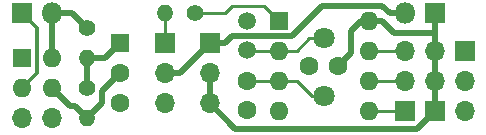
<source format=gbr>
G04 #@! TF.GenerationSoftware,KiCad,Pcbnew,(5.0.2)-1*
G04 #@! TF.CreationDate,2019-01-06T14:15:55+01:00*
G04 #@! TF.ProjectId,Xany2Msx,58616e79-324d-4737-982e-6b696361645f,rev?*
G04 #@! TF.SameCoordinates,Original*
G04 #@! TF.FileFunction,Copper,L1,Top*
G04 #@! TF.FilePolarity,Positive*
%FSLAX46Y46*%
G04 Gerber Fmt 4.6, Leading zero omitted, Abs format (unit mm)*
G04 Created by KiCad (PCBNEW (5.0.2)-1) date 06/01/2019 14:15:55*
%MOMM*%
%LPD*%
G01*
G04 APERTURE LIST*
G04 #@! TA.AperFunction,ComponentPad*
%ADD10R,1.800000X1.800000*%
G04 #@! TD*
G04 #@! TA.AperFunction,ComponentPad*
%ADD11O,1.800000X1.800000*%
G04 #@! TD*
G04 #@! TA.AperFunction,ComponentPad*
%ADD12R,1.600000X1.600000*%
G04 #@! TD*
G04 #@! TA.AperFunction,ComponentPad*
%ADD13O,1.600000X1.600000*%
G04 #@! TD*
G04 #@! TA.AperFunction,ComponentPad*
%ADD14R,1.700000X1.700000*%
G04 #@! TD*
G04 #@! TA.AperFunction,ComponentPad*
%ADD15O,1.700000X1.700000*%
G04 #@! TD*
G04 #@! TA.AperFunction,ComponentPad*
%ADD16C,1.500000*%
G04 #@! TD*
G04 #@! TA.AperFunction,ComponentPad*
%ADD17C,1.600000*%
G04 #@! TD*
G04 #@! TA.AperFunction,ComponentPad*
%ADD18C,1.400000*%
G04 #@! TD*
G04 #@! TA.AperFunction,ComponentPad*
%ADD19O,1.400000X1.400000*%
G04 #@! TD*
G04 #@! TA.AperFunction,ComponentPad*
%ADD20C,1.800000*%
G04 #@! TD*
G04 #@! TA.AperFunction,Conductor*
%ADD21C,0.250000*%
G04 #@! TD*
G04 #@! TA.AperFunction,Conductor*
%ADD22C,0.500000*%
G04 #@! TD*
G04 #@! TA.AperFunction,Conductor*
%ADD23C,0.310000*%
G04 #@! TD*
G04 APERTURE END LIST*
D10*
G04 #@! TO.P,D1,1*
G04 #@! TO.N,+5V*
X137160000Y-86360000D03*
D11*
G04 #@! TO.P,D1,2*
G04 #@! TO.N,+VRx*
X134620000Y-86360000D03*
G04 #@! TD*
D12*
G04 #@! TO.P,U1,1*
G04 #@! TO.N,Net-(R1-Pad1)*
X123952000Y-86995000D03*
D13*
G04 #@! TO.P,U1,5*
G04 #@! TO.N,Net-(J2-Pad1)*
X131572000Y-94615000D03*
G04 #@! TO.P,U1,2*
G04 #@! TO.N,Net-(C1-Pad1)*
X123952000Y-89535000D03*
G04 #@! TO.P,U1,6*
G04 #@! TO.N,Net-(J2-Pad2)*
X131572000Y-92075000D03*
G04 #@! TO.P,U1,3*
G04 #@! TO.N,Net-(C2-Pad1)*
X123952000Y-92075000D03*
G04 #@! TO.P,U1,7*
G04 #@! TO.N,Net-(J2-Pad3)*
X131572000Y-89535000D03*
G04 #@! TO.P,U1,4*
G04 #@! TO.N,GND*
X123952000Y-94615000D03*
G04 #@! TO.P,U1,8*
G04 #@! TO.N,+5V*
X131572000Y-86995000D03*
G04 #@! TD*
D14*
G04 #@! TO.P,J1,1*
G04 #@! TO.N,Net-(J1-Pad1)*
X114300000Y-88900000D03*
D15*
G04 #@! TO.P,J1,2*
G04 #@! TO.N,+VRx*
X114300000Y-91440000D03*
G04 #@! TO.P,J1,3*
G04 #@! TO.N,GND*
X114300000Y-93980000D03*
G04 #@! TD*
G04 #@! TO.P,J2,3*
G04 #@! TO.N,Net-(J2-Pad3)*
X134620000Y-89535000D03*
G04 #@! TO.P,J2,2*
G04 #@! TO.N,Net-(J2-Pad2)*
X134620000Y-92075000D03*
D14*
G04 #@! TO.P,J2,1*
G04 #@! TO.N,Net-(J2-Pad1)*
X134620000Y-94615000D03*
G04 #@! TD*
G04 #@! TO.P,J3,1*
G04 #@! TO.N,+5V*
X137160000Y-94615000D03*
D15*
G04 #@! TO.P,J3,2*
X137160000Y-92075000D03*
G04 #@! TO.P,J3,3*
X137160000Y-89535000D03*
G04 #@! TD*
G04 #@! TO.P,J4,3*
G04 #@! TO.N,GND*
X139700000Y-94615000D03*
G04 #@! TO.P,J4,2*
X139700000Y-92075000D03*
D14*
G04 #@! TO.P,J4,1*
X139700000Y-89535000D03*
G04 #@! TD*
G04 #@! TO.P,J5,1*
G04 #@! TO.N,+VRx*
X118110000Y-88900000D03*
D15*
G04 #@! TO.P,J5,2*
G04 #@! TO.N,+5V*
X118110000Y-91440000D03*
G04 #@! TO.P,J5,3*
X118110000Y-93980000D03*
G04 #@! TD*
D16*
G04 #@! TO.P,C1,1*
G04 #@! TO.N,Net-(C1-Pad1)*
X121285000Y-89495000D03*
G04 #@! TO.P,C1,2*
G04 #@! TO.N,GND*
X121285000Y-86995000D03*
G04 #@! TD*
D17*
G04 #@! TO.P,C2,2*
G04 #@! TO.N,GND*
X121285000Y-94575000D03*
G04 #@! TO.P,C2,1*
G04 #@! TO.N,Net-(C2-Pad1)*
X121285000Y-92075000D03*
G04 #@! TD*
D18*
G04 #@! TO.P,R1,1*
G04 #@! TO.N,Net-(R1-Pad1)*
X116840000Y-86360000D03*
D19*
G04 #@! TO.P,R1,2*
G04 #@! TO.N,Net-(J1-Pad1)*
X114300000Y-86360000D03*
G04 #@! TD*
D17*
G04 #@! TO.P,C3,1*
G04 #@! TO.N,GND*
X126492000Y-90805000D03*
G04 #@! TO.P,C3,2*
G04 #@! TO.N,+5V*
X128992000Y-90805000D03*
G04 #@! TD*
D20*
G04 #@! TO.P,Y1,2*
G04 #@! TO.N,Net-(C2-Pad1)*
X127762000Y-93345000D03*
G04 #@! TO.P,Y1,1*
G04 #@! TO.N,Net-(C1-Pad1)*
X127762000Y-88465000D03*
G04 #@! TD*
D10*
G04 #@! TO.P,D2,1*
G04 #@! TO.N,Net-(D2-Pad1)*
X102235000Y-86360000D03*
D11*
G04 #@! TO.P,D2,2*
G04 #@! TO.N,Net-(D2-Pad2)*
X104775000Y-86360000D03*
G04 #@! TD*
D12*
G04 #@! TO.P,J6,1*
G04 #@! TO.N,N/C*
X102235000Y-90170000D03*
D13*
G04 #@! TO.P,J6,2*
G04 #@! TO.N,Net-(D2-Pad2)*
X104775000Y-90170000D03*
G04 #@! TO.P,J6,3*
G04 #@! TO.N,Net-(D2-Pad1)*
X102235000Y-92710000D03*
G04 #@! TO.P,J6,4*
G04 #@! TO.N,+5VP*
X104775000Y-92710000D03*
D15*
G04 #@! TO.P,J6,5*
G04 #@! TO.N,N/C*
X102235000Y-95250000D03*
G04 #@! TO.P,J6,6*
G04 #@! TO.N,GNDD*
X104775000Y-95250000D03*
G04 #@! TD*
D19*
G04 #@! TO.P,R2,2*
G04 #@! TO.N,Net-(J7-Pad1)*
X107696000Y-90170000D03*
D18*
G04 #@! TO.P,R2,1*
G04 #@! TO.N,Net-(D2-Pad2)*
X107696000Y-87630000D03*
G04 #@! TD*
G04 #@! TO.P,R3,1*
G04 #@! TO.N,Net-(J7-Pad1)*
X107696000Y-92710000D03*
D19*
G04 #@! TO.P,R3,2*
G04 #@! TO.N,+5VP*
X107696000Y-95250000D03*
G04 #@! TD*
D12*
G04 #@! TO.P,J7,1*
G04 #@! TO.N,Net-(J7-Pad1)*
X110490000Y-88900000D03*
D17*
G04 #@! TO.P,J7,2*
G04 #@! TO.N,+5VP*
X110490000Y-91440000D03*
G04 #@! TO.P,J7,3*
G04 #@! TO.N,GNDD*
X110490000Y-93980000D03*
G04 #@! TD*
D21*
G04 #@! TO.N,Net-(J2-Pad3)*
X131572000Y-89535000D02*
X134620000Y-89535000D01*
G04 #@! TO.N,Net-(J2-Pad2)*
X131572000Y-92075000D02*
X134620000Y-92075000D01*
G04 #@! TO.N,Net-(J2-Pad1)*
X131572000Y-94615000D02*
X134620000Y-94615000D01*
D22*
G04 #@! TO.N,+VRx*
X115570000Y-91440000D02*
X118110000Y-88900000D01*
X114300000Y-91440000D02*
X115570000Y-91440000D01*
X127635000Y-85725000D02*
X125095000Y-88265000D01*
X132715000Y-85725000D02*
X127635000Y-85725000D01*
X133350000Y-86360000D02*
X132715000Y-85725000D01*
X118110000Y-88900000D02*
X119380000Y-88900000D01*
X119380000Y-88900000D02*
X120015000Y-88265000D01*
X125095000Y-88265000D02*
X120015000Y-88265000D01*
X133350000Y-86360000D02*
X134620000Y-86360000D01*
D21*
G04 #@! TO.N,Net-(C1-Pad1)*
X121325000Y-89535000D02*
X121285000Y-89495000D01*
X123952000Y-89535000D02*
X121325000Y-89535000D01*
X126546000Y-88465000D02*
X125476000Y-89535000D01*
X127762000Y-88465000D02*
X126546000Y-88465000D01*
X123952000Y-89535000D02*
X125476000Y-89535000D01*
G04 #@! TO.N,Net-(C2-Pad1)*
X123952000Y-92075000D02*
X121285000Y-92075000D01*
X126746000Y-93345000D02*
X125476000Y-92075000D01*
X127762000Y-93345000D02*
X126746000Y-93345000D01*
X123952000Y-92075000D02*
X125476000Y-92075000D01*
G04 #@! TO.N,Net-(J1-Pad1)*
X114300000Y-88900000D02*
X114300000Y-86360000D01*
G04 #@! TO.N,Net-(R1-Pad1)*
X116840000Y-86360000D02*
X119380000Y-86360000D01*
X119380000Y-86360000D02*
X120015000Y-85725000D01*
X122682000Y-85725000D02*
X123952000Y-86995000D01*
X120015000Y-85725000D02*
X122682000Y-85725000D01*
D22*
G04 #@! TO.N,+5V*
X131572000Y-86995000D02*
X132715000Y-86995000D01*
X132715000Y-86995000D02*
X133731000Y-88011000D01*
X118110000Y-93980000D02*
X118110000Y-91440000D01*
X118110000Y-93980000D02*
X120269000Y-96139000D01*
X131572000Y-86995000D02*
X130937000Y-86995000D01*
X130937000Y-86995000D02*
X130048000Y-87884000D01*
X130048000Y-89749000D02*
X128992000Y-90805000D01*
X130048000Y-87884000D02*
X130048000Y-89749000D01*
X135636000Y-96139000D02*
X137160000Y-94615000D01*
X134366000Y-96139000D02*
X135636000Y-96139000D01*
X120269000Y-96139000D02*
X134366000Y-96139000D01*
X137160000Y-89535000D02*
X137160000Y-92075000D01*
X137160000Y-94615000D02*
X137160000Y-92075000D01*
X137160000Y-89535000D02*
X137160000Y-88011000D01*
X133731000Y-88011000D02*
X137160000Y-88011000D01*
X137160000Y-88011000D02*
X137160000Y-86360000D01*
D23*
G04 #@! TO.N,Net-(D2-Pad1)*
X102235000Y-86360000D02*
X103505000Y-87630000D01*
X103505000Y-91440000D02*
X102235000Y-92710000D01*
X103505000Y-87630000D02*
X103505000Y-91440000D01*
D22*
G04 #@! TO.N,Net-(D2-Pad2)*
X104775000Y-86360000D02*
X104775000Y-90170000D01*
X106426000Y-86360000D02*
X107696000Y-87630000D01*
X104775000Y-86360000D02*
X106426000Y-86360000D01*
G04 #@! TO.N,+5VP*
X108966000Y-92964000D02*
X110490000Y-91440000D01*
X107696000Y-95250000D02*
X108966000Y-93980000D01*
X108966000Y-93980000D02*
X108966000Y-92964000D01*
X107696000Y-95250000D02*
X106680000Y-94234000D01*
X106299000Y-94234000D02*
X104775000Y-92710000D01*
X106680000Y-94234000D02*
X106299000Y-94234000D01*
G04 #@! TO.N,Net-(J7-Pad1)*
X107696000Y-90170000D02*
X107696000Y-92710000D01*
X109220000Y-90170000D02*
X110490000Y-88900000D01*
X107696000Y-90170000D02*
X109220000Y-90170000D01*
G04 #@! TD*
M02*

</source>
